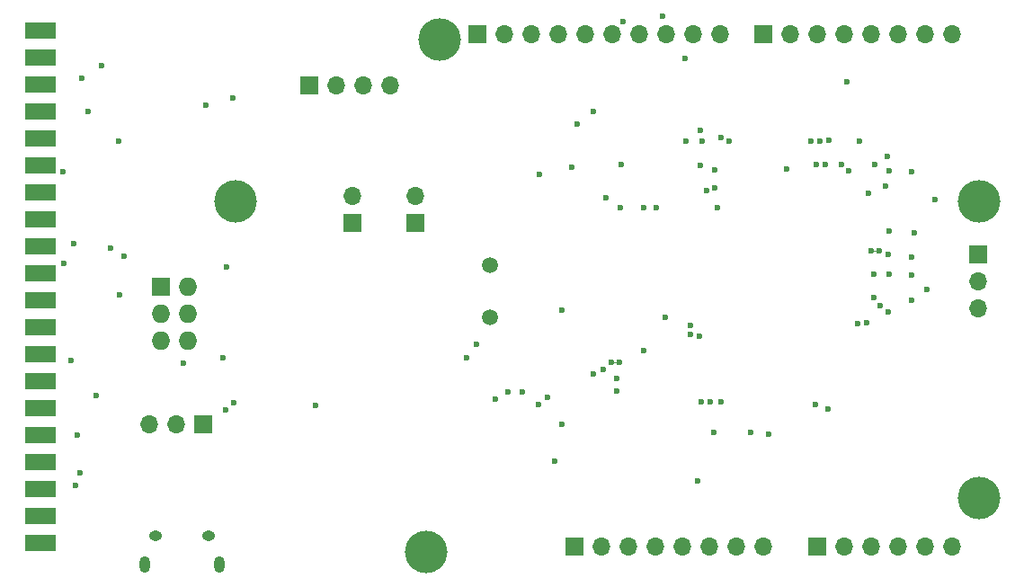
<source format=gbs>
%TF.GenerationSoftware,KiCad,Pcbnew,5.1.9+dfsg1-1~bpo10+1*%
%TF.CreationDate,2021-03-25T14:45:09+01:00*%
%TF.ProjectId,stduinof429,73746475-696e-46f6-9634-32392e6b6963,rev?*%
%TF.SameCoordinates,Original*%
%TF.FileFunction,Soldermask,Bot*%
%TF.FilePolarity,Negative*%
%FSLAX46Y46*%
G04 Gerber Fmt 4.6, Leading zero omitted, Abs format (unit mm)*
G04 Created by KiCad (PCBNEW 5.1.9+dfsg1-1~bpo10+1) date 2021-03-25 14:45:09*
%MOMM*%
%LPD*%
G01*
G04 APERTURE LIST*
%ADD10R,3.000000X1.524000*%
%ADD11C,1.500000*%
%ADD12O,1.000000X1.550000*%
%ADD13O,1.250000X0.950000*%
%ADD14O,1.727200X1.727200*%
%ADD15R,1.727200X1.727200*%
%ADD16O,1.700000X1.700000*%
%ADD17R,1.700000X1.700000*%
%ADD18C,4.000000*%
%ADD19C,0.600000*%
%ADD20C,0.100000*%
G04 APERTURE END LIST*
D10*
X88646000Y-75235000D03*
X88646000Y-77775000D03*
X88646000Y-80315000D03*
X88646000Y-82855000D03*
X88646000Y-85395000D03*
X88646000Y-87935000D03*
X88646000Y-90475000D03*
X88646000Y-93015000D03*
X88646000Y-95555000D03*
X88646000Y-98095000D03*
X88646000Y-100635000D03*
X88646000Y-103175000D03*
X88646000Y-105715000D03*
X88646000Y-108255000D03*
X88646000Y-110795000D03*
X88646000Y-113335000D03*
X88646000Y-115875000D03*
X88646000Y-118415000D03*
X88646000Y-120955000D03*
X88646000Y-123495000D03*
D11*
X130998000Y-102245000D03*
X130998000Y-97365000D03*
D12*
X105497100Y-125502460D03*
X98497100Y-125502460D03*
D13*
X104497100Y-122802460D03*
X99497100Y-122802460D03*
D14*
X102538000Y-104445000D03*
X99998000Y-104445000D03*
X102538000Y-101905000D03*
X99998000Y-101905000D03*
X102538000Y-99365000D03*
D15*
X99998000Y-99365000D03*
D16*
X117998000Y-90825000D03*
D17*
X117998000Y-93365000D03*
X123998000Y-93365000D03*
D16*
X123998000Y-90825000D03*
X176998000Y-101445000D03*
X176998000Y-98905000D03*
D17*
X176998000Y-96365000D03*
X103998000Y-112365000D03*
D16*
X101458000Y-112365000D03*
X98918000Y-112365000D03*
D17*
X113998000Y-80365000D03*
D16*
X116538000Y-80365000D03*
X119078000Y-80365000D03*
X121618000Y-80365000D03*
D17*
X161798000Y-123825000D03*
D16*
X164338000Y-123825000D03*
X166878000Y-123825000D03*
X169418000Y-123825000D03*
X171958000Y-123825000D03*
X174498000Y-123825000D03*
X156718000Y-123825000D03*
X154178000Y-123825000D03*
X151638000Y-123825000D03*
X149098000Y-123825000D03*
X146558000Y-123825000D03*
X144018000Y-123825000D03*
X141478000Y-123825000D03*
D17*
X138938000Y-123825000D03*
X156718000Y-75565000D03*
D16*
X159258000Y-75565000D03*
X161798000Y-75565000D03*
X164338000Y-75565000D03*
X166878000Y-75565000D03*
X169418000Y-75565000D03*
X171958000Y-75565000D03*
X174498000Y-75565000D03*
D17*
X129794000Y-75565000D03*
D16*
X132334000Y-75565000D03*
X134874000Y-75565000D03*
X137414000Y-75565000D03*
X139954000Y-75565000D03*
X142494000Y-75565000D03*
X145034000Y-75565000D03*
X147574000Y-75565000D03*
X150114000Y-75565000D03*
X152654000Y-75565000D03*
D18*
X124968000Y-124333000D03*
X177038000Y-119253000D03*
X126238000Y-76073000D03*
X177038000Y-91313000D03*
X106998000Y-91357000D03*
D19*
X137736800Y-112365000D03*
X170682400Y-88509200D03*
X139213100Y-84060300D03*
X172876900Y-91148100D03*
X172165800Y-99638200D03*
X170684400Y-98296100D03*
X137052900Y-115799300D03*
X136400200Y-109787100D03*
X135558500Y-110475200D03*
X149392800Y-77897900D03*
X168549100Y-94115000D03*
X170991200Y-94329200D03*
X149477300Y-85660100D03*
X165628000Y-102848900D03*
X150785600Y-84663000D03*
X104255600Y-82229100D03*
X166428400Y-102729300D03*
X143502800Y-74368700D03*
X151388400Y-90302400D03*
X147245900Y-73929600D03*
X152451700Y-91899100D03*
X152188700Y-90077100D03*
X146645300Y-91899100D03*
X158901700Y-88264400D03*
X161222900Y-85677300D03*
X161748000Y-87836800D03*
X162051400Y-85670300D03*
X162601100Y-87893100D03*
X164763600Y-88475700D03*
X94392400Y-78572000D03*
X152748000Y-110224400D03*
X129714000Y-104803600D03*
X128762400Y-106036500D03*
X151748000Y-110187300D03*
X164599500Y-80050000D03*
X165747900Y-85669800D03*
X143301500Y-91899100D03*
X145450300Y-91899100D03*
X141916800Y-90998500D03*
X140760100Y-107554300D03*
X141636800Y-107129000D03*
X142384800Y-106497400D03*
X145456200Y-105422100D03*
X150899800Y-110235700D03*
X93916600Y-109653000D03*
X152056700Y-113061600D03*
X134079500Y-109264700D03*
X155543800Y-113079000D03*
X91986800Y-118101100D03*
X157248000Y-113272700D03*
X92360300Y-116900500D03*
X162821600Y-110912100D03*
X106203900Y-97512000D03*
X161669800Y-110456100D03*
X137759900Y-101605400D03*
X106750700Y-81573300D03*
X92533300Y-79714200D03*
X168540600Y-101742600D03*
X106097400Y-110940300D03*
X167694800Y-101115000D03*
X92111600Y-113335000D03*
X170679500Y-100615000D03*
X106853400Y-110287900D03*
X167124700Y-100408900D03*
X114540500Y-110533300D03*
X167138900Y-98160800D03*
X105874500Y-106032200D03*
X166884700Y-96002000D03*
X96079800Y-100160700D03*
X168556800Y-98206700D03*
X102090800Y-106567600D03*
X91530800Y-106299800D03*
X170710200Y-96615000D03*
X168534500Y-96313200D03*
X167685100Y-96012500D03*
X168212300Y-89913100D03*
X90844000Y-97139100D03*
X168544700Y-88489700D03*
X96498200Y-96492700D03*
X168401600Y-87127100D03*
X91808900Y-95294400D03*
X167248000Y-87841700D03*
X95286400Y-95761700D03*
X166632200Y-90538500D03*
X164111500Y-87843300D03*
X162876500Y-85579200D03*
X153508100Y-85680100D03*
X152161400Y-88376100D03*
X152748000Y-85283200D03*
X150836400Y-87932300D03*
X93171900Y-82855000D03*
X135642100Y-88756200D03*
X90780300Y-88572600D03*
X138737100Y-88088500D03*
X96002300Y-85660000D03*
X142899400Y-107971900D03*
X131466000Y-109968500D03*
X142927300Y-109232100D03*
X132690900Y-109240700D03*
X140694900Y-82852500D03*
X150992500Y-85667500D03*
X150515800Y-117647800D03*
X143185200Y-106497400D03*
X149900100Y-103052800D03*
X149883300Y-103870400D03*
X150683700Y-104008100D03*
X147536900Y-102280100D03*
X143348200Y-87865200D03*
D20*
G36*
X142899726Y-106409714D02*
G01*
X142899990Y-106411160D01*
X142888645Y-106468194D01*
X142888645Y-106526606D01*
X142899990Y-106583640D01*
X142899347Y-106585534D01*
X142897385Y-106585924D01*
X142896264Y-106584973D01*
X142887262Y-106568131D01*
X142871966Y-106549494D01*
X142853329Y-106534199D01*
X142832066Y-106522834D01*
X142808991Y-106515834D01*
X142785000Y-106513471D01*
X142761009Y-106515834D01*
X142737934Y-106522834D01*
X142716670Y-106534199D01*
X142698033Y-106549495D01*
X142682738Y-106568132D01*
X142673736Y-106584973D01*
X142672037Y-106586029D01*
X142670274Y-106585086D01*
X142670010Y-106583640D01*
X142681355Y-106526606D01*
X142681355Y-106468194D01*
X142670010Y-106411160D01*
X142670653Y-106409266D01*
X142672615Y-106408876D01*
X142673736Y-106409827D01*
X142682738Y-106426669D01*
X142698034Y-106445306D01*
X142716671Y-106460601D01*
X142737934Y-106471966D01*
X142761009Y-106478966D01*
X142785000Y-106481329D01*
X142808991Y-106478966D01*
X142832066Y-106471966D01*
X142853330Y-106460601D01*
X142871967Y-106445305D01*
X142887262Y-106426668D01*
X142896264Y-106409827D01*
X142897963Y-106408771D01*
X142899726Y-106409714D01*
G37*
G36*
X167174011Y-95916309D02*
G01*
X167184814Y-95936519D01*
X167200109Y-95955156D01*
X167218746Y-95970451D01*
X167240010Y-95981816D01*
X167263085Y-95988816D01*
X167287076Y-95991179D01*
X167311067Y-95988816D01*
X167334142Y-95981816D01*
X167355405Y-95970450D01*
X167374042Y-95955155D01*
X167389337Y-95936518D01*
X167397902Y-95920493D01*
X167399601Y-95919437D01*
X167401364Y-95920380D01*
X167401514Y-95922201D01*
X167399942Y-95925997D01*
X167388545Y-95983294D01*
X167388545Y-96041706D01*
X167399515Y-96096858D01*
X167398872Y-96098752D01*
X167396910Y-96099142D01*
X167395789Y-96098191D01*
X167384986Y-96077981D01*
X167369691Y-96059344D01*
X167351054Y-96044049D01*
X167329790Y-96032684D01*
X167306715Y-96025684D01*
X167282724Y-96023321D01*
X167258733Y-96025684D01*
X167235658Y-96032684D01*
X167214395Y-96044050D01*
X167195758Y-96059345D01*
X167180463Y-96077982D01*
X167171898Y-96094007D01*
X167170199Y-96095063D01*
X167168436Y-96094120D01*
X167168286Y-96092299D01*
X167169858Y-96088503D01*
X167181255Y-96031206D01*
X167181255Y-95972794D01*
X167170285Y-95917642D01*
X167170928Y-95915748D01*
X167172890Y-95915358D01*
X167174011Y-95916309D01*
G37*
M02*

</source>
